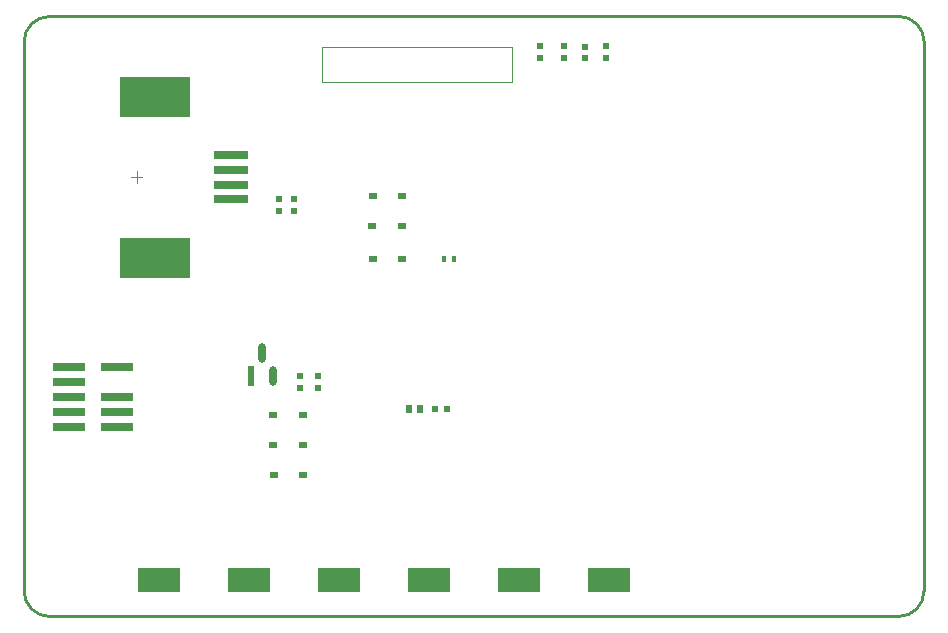
<source format=gtp>
G04*
G04 #@! TF.GenerationSoftware,Altium Limited,Altium Designer,21.3.2 (30)*
G04*
G04 Layer_Color=8421504*
%FSLAX44Y44*%
%MOMM*%
G71*
G04*
G04 #@! TF.SameCoordinates,7BEB40AD-1A81-495B-ADFE-364E7EA3D76F*
G04*
G04*
G04 #@! TF.FilePolarity,Positive*
G04*
G01*
G75*
%ADD10C,0.2540*%
%ADD15C,0.0500*%
%ADD16R,0.6000X0.6000*%
%ADD17R,0.5000X0.7000*%
%ADD18R,0.5000X0.6000*%
%ADD19R,0.3100X0.5500*%
G04:AMPARAMS|DCode=20|XSize=1.6587mm|YSize=0.6268mm|CornerRadius=0.3134mm|HoleSize=0mm|Usage=FLASHONLY|Rotation=90.000|XOffset=0mm|YOffset=0mm|HoleType=Round|Shape=RoundedRectangle|*
%AMROUNDEDRECTD20*
21,1,1.6587,0.0000,0,0,90.0*
21,1,1.0319,0.6268,0,0,90.0*
1,1,0.6268,0.0000,0.5159*
1,1,0.6268,0.0000,-0.5159*
1,1,0.6268,0.0000,-0.5159*
1,1,0.6268,0.0000,0.5159*
%
%ADD20ROUNDEDRECTD20*%
%ADD21R,0.6268X1.6587*%
%ADD22R,0.8000X0.6000*%
%ADD23R,3.6500X2.0500*%
%ADD24R,3.0000X0.7000*%
%ADD25R,6.0400X3.4000*%
%ADD26R,2.7900X0.7400*%
D10*
X275499Y762000D02*
G03*
X254000Y740501I0J-21499D01*
G01*
Y275499D02*
G03*
X275499Y254000I21499J0D01*
G01*
X1016000Y740501D02*
G03*
X994501Y762000I-21499J0D01*
G01*
Y254000D02*
G03*
X1016000Y275499I0J21499D01*
G01*
X275499Y762000D02*
X994501D01*
X275499Y254000D02*
X994501D01*
X254000Y275499D02*
Y740501D01*
X1016000Y275499D02*
Y740501D01*
D15*
X667090Y706410D02*
Y736310D01*
X506390Y706410D02*
X667090D01*
X506390D02*
Y736310D01*
X667090D01*
X344260Y625810D02*
X354260D01*
X349260Y620810D02*
Y630810D01*
D16*
X746760Y736600D02*
D03*
Y726600D02*
D03*
X728980Y736520D02*
D03*
Y726520D02*
D03*
X690880Y736600D02*
D03*
Y726600D02*
D03*
X711200D02*
D03*
Y736600D02*
D03*
X502920Y447200D02*
D03*
Y457200D02*
D03*
X487680Y447200D02*
D03*
Y457200D02*
D03*
X482600Y597060D02*
D03*
Y607060D02*
D03*
X469900D02*
D03*
Y597060D02*
D03*
D17*
X589110Y429260D02*
D03*
X579610D02*
D03*
D18*
X612140D02*
D03*
X602140D02*
D03*
D19*
X618000Y556260D02*
D03*
X609600D02*
D03*
D20*
X455670Y476734D02*
D03*
X464820Y457200D02*
D03*
D21*
X446520D02*
D03*
D22*
X549040Y609600D02*
D03*
X574040D02*
D03*
X464820Y398780D02*
D03*
X489820D02*
D03*
X465220Y373380D02*
D03*
X490220D02*
D03*
X549040Y556260D02*
D03*
X574040D02*
D03*
X548640Y584200D02*
D03*
X573640D02*
D03*
X464820Y424180D02*
D03*
X489820D02*
D03*
D23*
X596900Y284480D02*
D03*
X444500D02*
D03*
X520700D02*
D03*
X673100D02*
D03*
X749300D02*
D03*
X368300D02*
D03*
D24*
X429260Y632060D02*
D03*
Y619560D02*
D03*
Y644560D02*
D03*
Y607060D02*
D03*
D25*
X365260Y557810D02*
D03*
Y693810D02*
D03*
D26*
X332800Y414020D02*
D03*
Y426720D02*
D03*
Y439420D02*
D03*
Y464820D02*
D03*
X292100Y414020D02*
D03*
Y426720D02*
D03*
Y439420D02*
D03*
Y452120D02*
D03*
Y464820D02*
D03*
M02*

</source>
